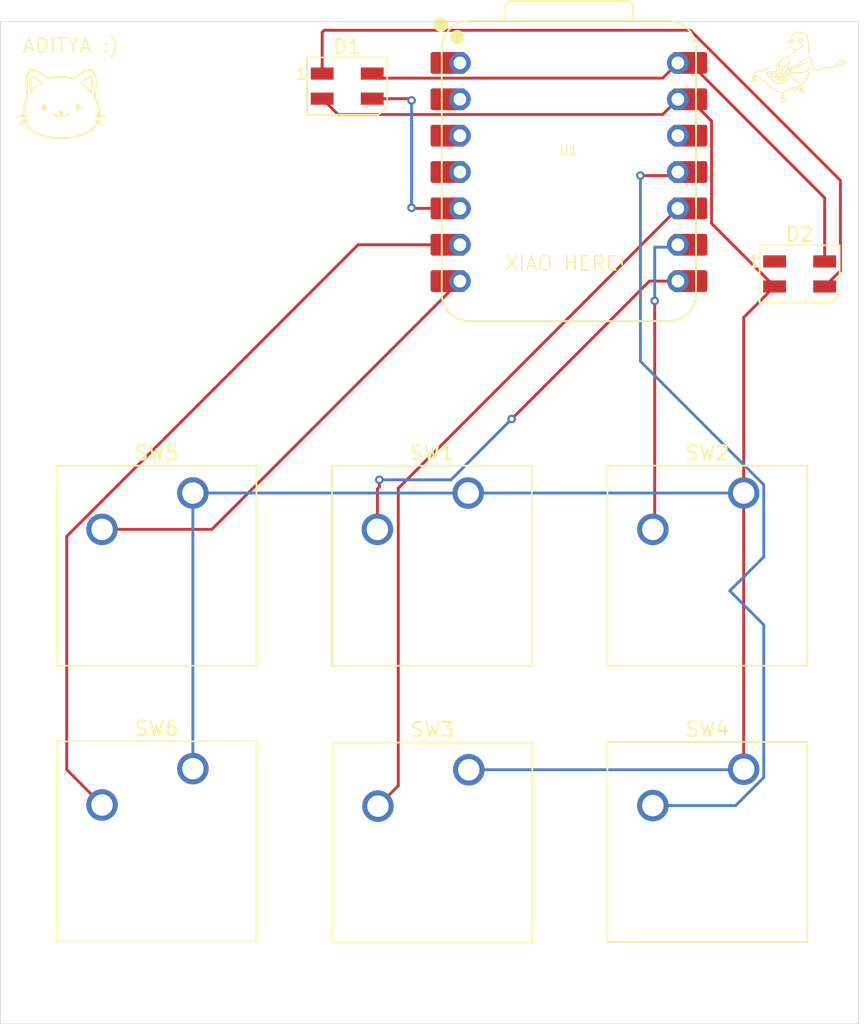
<source format=kicad_pcb>
(kicad_pcb (version 20241229) (generator "pcbnew") (generator_version "9.0")
  (layers (0 "F.Cu" signal) (2 "B.Cu" signal) (13 "F.Paste" user) (15 "B.Paste" user) (5 "F.SilkS" user "F.Silkscreen") (7 "B.SilkS" user "B.Silkscreen") (1 "F.Mask" user) (3 "B.Mask" user) (25 "Edge.Cuts" user))
  (net 0 "")
  (net 1 "Net-(D1-DOUT)")
  (net 2 "Net-(D1-DIN)")
  (net 3 "+5V")
  (net 4 "GND")
  (net 6 "Net-(U1-GPIO1{slash}RX)")
  (net 7 "Net-(U1-GPIO2{slash}SCK)")
  (net 8 "Net-(U1-GPIO4{slash}MISO)")
  (net 9 "Net-(U1-GPIO3{slash}MOSI)")
  (net 13 "Net-(U1-GPIO0{slash}TX)")
  (net 16 "Net-(U1-GPIO7{slash}SCL)")
  (footprint "LOGO" (layer "F.Cu") (at 198.75 69.5)
    (property "Reference" "G***" (hide yes))
    (property "Value" "LOGO" (hide yes))
  )
  (footprint "OPL:XIAO-RP2040-DIP" (layer "F.Cu") (at 182.75 76.75)
    (property "Reference" "U1" (at -0.0244 -1.5 0) (layer "F.SilkS") (effects (font (size 0.635 0.635) (thickness 0.1016))))
    (property "Value" "XIAO-RP2040-DIP")
    (pad "1" smd roundrect (at -8.455 -7.62 180) (size 2.432 1.524) (layers "F.Cu" "F.Mask") (roundrect_rratio 0.1))
    (pad "1" thru_hole circle (at -7.62 -7.62 180) (size 1.524 1.524) (drill 0.889) (layers "*.Cu" "*.Mask"))
    (pad "2" smd roundrect (at -8.455 -5.08 180) (size 2.432 1.524) (layers "F.Cu" "F.Mask") (roundrect_rratio 0.1))
    (pad "2" thru_hole circle (at -7.62 -5.08 180) (size 1.524 1.524) (drill 0.889) (layers "*.Cu" "*.Mask"))
    (pad "3" smd roundrect (at -8.455 -2.54 180) (size 2.432 1.524) (layers "F.Cu" "F.Mask") (roundrect_rratio 0.1))
    (pad "3" thru_hole circle (at -7.62 -2.54 180) (size 1.524 1.524) (drill 0.889) (layers "*.Cu" "*.Mask"))
    (pad "4" smd roundrect (at -8.455 0 180) (size 2.432 1.524) (layers "F.Cu" "F.Mask") (roundrect_rratio 0.1))
    (pad "4" thru_hole circle (at -7.62 0 180) (size 1.524 1.524) (drill 0.889) (layers "*.Cu" "*.Mask"))
    (pad "5" smd roundrect (at -8.455 2.54 180) (size 2.432 1.524) (layers "F.Cu" "F.Mask") (roundrect_rratio 0.1) (net 2 "Net-(D1-DIN)"))
    (pad "5" thru_hole circle (at -7.62 2.54 180) (size 1.524 1.524) (drill 0.889) (layers "*.Cu" "*.Mask") (net 2 "Net-(D1-DIN)"))
    (pad "6" smd roundrect (at -8.455 5.08 180) (size 2.432 1.524) (layers "F.Cu" "F.Mask") (roundrect_rratio 0.1) (net 16 "Net-(U1-GPIO7{slash}SCL)"))
    (pad "6" thru_hole circle (at -7.62 5.08 180) (size 1.524 1.524) (drill 0.889) (layers "*.Cu" "*.Mask") (net 16 "Net-(U1-GPIO7{slash}SCL)"))
    (pad "7" smd roundrect (at -8.455 7.62 180) (size 2.432 1.524) (layers "F.Cu" "F.Mask") (roundrect_rratio 0.1) (net 13 "Net-(U1-GPIO0{slash}TX)"))
    (pad "7" thru_hole circle (at -7.62 7.62 180) (size 1.524 1.524) (drill 0.889) (layers "*.Cu" "*.Mask") (net 13 "Net-(U1-GPIO0{slash}TX)"))
    (pad "8" thru_hole circle (at 7.62 7.62) (size 1.524 1.524) (drill 0.889) (layers "*.Cu" "*.Mask") (net 6 "Net-(U1-GPIO1{slash}RX)"))
    (pad "8" smd roundrect (at 8.455 7.62) (size 2.432 1.524) (layers "F.Cu" "F.Mask") (roundrect_rratio 0.1) (net 6 "Net-(U1-GPIO1{slash}RX)"))
    (pad "9" thru_hole circle (at 7.62 5.08) (size 1.524 1.524) (drill 0.889) (layers "*.Cu" "*.Mask") (net 7 "Net-(U1-GPIO2{slash}SCK)"))
    (pad "9" smd roundrect (at 8.455 5.08) (size 2.432 1.524) (layers "F.Cu" "F.Mask") (roundrect_rratio 0.1) (net 7 "Net-(U1-GPIO2{slash}SCK)"))
    (pad "10" thru_hole circle (at 7.62 2.54) (size 1.524 1.524) (drill 0.889) (layers "*.Cu" "*.Mask") (net 8 "Net-(U1-GPIO4{slash}MISO)"))
    (pad "10" smd roundrect (at 8.455 2.54) (size 2.432 1.524) (layers "F.Cu" "F.Mask") (roundrect_rratio 0.1) (net 8 "Net-(U1-GPIO4{slash}MISO)"))
    (pad "11" thru_hole circle (at 7.62 0) (size 1.524 1.524) (drill 0.889) (layers "*.Cu" "*.Mask") (net 9 "Net-(U1-GPIO3{slash}MOSI)"))
    (pad "11" smd roundrect (at 8.455 0) (size 2.432 1.524) (layers "F.Cu" "F.Mask") (roundrect_rratio 0.1) (net 9 "Net-(U1-GPIO3{slash}MOSI)"))
    (pad "12" thru_hole circle (at 7.62 -2.54) (size 1.524 1.524) (drill 0.889) (layers "*.Cu" "*.Mask"))
    (pad "12" smd roundrect (at 8.455 -2.54) (size 2.432 1.524) (layers "F.Cu" "F.Mask") (roundrect_rratio 0.1))
    (pad "13" thru_hole circle (at 7.62 -5.08) (size 1.524 1.524) (drill 0.889) (layers "*.Cu" "*.Mask") (net 4 "GND"))
    (pad "13" smd roundrect (at 8.455 -5.08) (size 2.432 1.524) (layers "F.Cu" "F.Mask") (roundrect_rratio 0.1) (net 4 "GND"))
    (pad "14" thru_hole circle (at 7.62 -7.62) (size 1.524 1.524) (drill 0.889) (layers "*.Cu" "*.Mask") (net 3 "+5V"))
    (pad "14" smd roundrect (at 8.455 -7.62) (size 2.432 1.524) (layers "F.Cu" "F.Mask") (roundrect_rratio 0.1) (net 3 "+5V"))
  )
  (footprint "Button_Switch_Keyboard:SW_Cherry_MX_1.00u_PCB" (layer "F.Cu") (at 175.71085 99.17)
    (property "Reference" "SW1" (at -2.54 -2.794 0) (layer "F.SilkS"))
    (property "Value" "SW_Push")
    (pad "" np_thru_hole circle (at -7.62 5.08) (size 1.7 1.7) (drill 1.7) (layers "*.Cu" "*.Mask"))
    (pad "" np_thru_hole circle (at -2.54 5.08) (size 4 4) (drill 4) (layers "*.Cu" "*.Mask"))
    (pad "" np_thru_hole circle (at 2.54 5.08) (size 1.7 1.7) (drill 1.7) (layers "*.Cu" "*.Mask"))
    (pad "1" thru_hole circle (at 0 0) (size 2.2 2.2) (drill 1.5) (layers "*.Cu" "*.Mask") (net 4 "GND"))
    (pad "2" thru_hole circle (at -6.35 2.54) (size 2.2 2.2) (drill 1.5) (layers "*.Cu" "*.Mask") (net 6 "Net-(U1-GPIO1{slash}RX)"))
  )
  (footprint "Button_Switch_Keyboard:SW_Cherry_MX_1.00u_PCB" (layer "F.Cu") (at 194.9704 118.46)
    (property "Reference" "SW4" (at -2.54 -2.794 0) (layer "F.SilkS"))
    (property "Value" "SW_Push")
    (pad "" np_thru_hole circle (at -7.62 5.08) (size 1.7 1.7) (drill 1.7) (layers "*.Cu" "*.Mask"))
    (pad "" np_thru_hole circle (at -2.54 5.08) (size 4 4) (drill 4) (layers "*.Cu" "*.Mask"))
    (pad "" np_thru_hole circle (at 2.54 5.08) (size 1.7 1.7) (drill 1.7) (layers "*.Cu" "*.Mask"))
    (pad "1" thru_hole circle (at 0 0) (size 2.2 2.2) (drill 1.5) (layers "*.Cu" "*.Mask") (net 4 "GND"))
    (pad "2" thru_hole circle (at -6.35 2.54) (size 2.2 2.2) (drill 1.5) (layers "*.Cu" "*.Mask") (net 9 "Net-(U1-GPIO3{slash}MOSI)"))
  )
  (footprint "Button_Switch_Keyboard:SW_Cherry_MX_1.00u_PCB" (layer "F.Cu") (at 156.46 99.17)
    (property "Reference" "SW5" (at -2.54 -2.794 0) (layer "F.SilkS"))
    (property "Value" "SW_Push")
    (pad "" np_thru_hole circle (at -7.62 5.08) (size 1.7 1.7) (drill 1.7) (layers "*.Cu" "*.Mask"))
    (pad "" np_thru_hole circle (at -2.54 5.08) (size 4 4) (drill 4) (layers "*.Cu" "*.Mask"))
    (pad "" np_thru_hole circle (at 2.54 5.08) (size 1.7 1.7) (drill 1.7) (layers "*.Cu" "*.Mask"))
    (pad "1" thru_hole circle (at 0 0) (size 2.2 2.2) (drill 1.5) (layers "*.Cu" "*.Mask") (net 4 "GND"))
    (pad "2" thru_hole circle (at -6.35 2.54) (size 2.2 2.2) (drill 1.5) (layers "*.Cu" "*.Mask") (net 13 "Net-(U1-GPIO0{slash}TX)"))
  )
  (footprint "Button_Switch_Keyboard:SW_Cherry_MX_1.00u_PCB" (layer "F.Cu") (at 156.46 118.42)
    (property "Reference" "SW6" (at -2.54 -2.794 0) (layer "F.SilkS"))
    (property "Value" "SW_Push")
    (pad "" np_thru_hole circle (at -7.62 5.08) (size 1.7 1.7) (drill 1.7) (layers "*.Cu" "*.Mask"))
    (pad "" np_thru_hole circle (at -2.54 5.08) (size 4 4) (drill 4) (layers "*.Cu" "*.Mask"))
    (pad "" np_thru_hole circle (at 2.54 5.08) (size 1.7 1.7) (drill 1.7) (layers "*.Cu" "*.Mask"))
    (pad "1" thru_hole circle (at 0 0) (size 2.2 2.2) (drill 1.5) (layers "*.Cu" "*.Mask") (net 4 "GND"))
    (pad "2" thru_hole circle (at -6.35 2.54) (size 2.2 2.2) (drill 1.5) (layers "*.Cu" "*.Mask") (net 16 "Net-(U1-GPIO7{slash}SCL)"))
  )
  (footprint "LED_SMD:LED_SK6812MINI_PLCC4_3.5x3.5mm_P1.75mm" (layer "F.Cu") (at 198.882 83.8708)
    (property "Reference" "D2" (at 0 -2.75 0) (layer "F.SilkS"))
    (property "Value" "SK6812MINI")
    (fp_text user "1" (at -3.2 -0.875 0) (layer "F.SilkS") (effects (font (size 0.8 0.8))))
    (pad "1" smd rect (at -1.75 -0.875) (size 1.6 0.85) (layers "F.Cu" "F.Mask" "F.Paste"))
    (pad "2" smd rect (at -1.75 0.875) (size 1.6 0.85) (layers "F.Cu" "F.Mask" "F.Paste") (net 4 "GND"))
    (pad "3" smd rect (at 1.75 0.875) (size 1.6 0.85) (layers "F.Cu" "F.Mask" "F.Paste") (net 1 "Net-(D1-DOUT)"))
    (pad "4" smd rect (at 1.75 -0.875) (size 1.6 0.85) (layers "F.Cu" "F.Mask" "F.Paste") (net 3 "+5V"))
  )
  (footprint "LED_SMD:LED_SK6812MINI_PLCC4_3.5x3.5mm_P1.75mm" (layer "F.Cu") (at 167.25 70.75)
    (property "Reference" "D1" (at 0 -2.75 0) (layer "F.SilkS"))
    (property "Value" "SK6812MINI")
    (fp_text user "1" (at -3.2 -0.875 0) (layer "F.SilkS") (effects (font (size 0.8 0.8))))
    (pad "1" smd rect (at -1.75 -0.875) (size 1.6 0.85) (layers "F.Cu" "F.Mask" "F.Paste") (net 1 "Net-(D1-DOUT)"))
    (pad "2" smd rect (at -1.75 0.875) (size 1.6 0.85) (layers "F.Cu" "F.Mask" "F.Paste") (net 4 "GND"))
    (pad "3" smd rect (at 1.75 0.875) (size 1.6 0.85) (layers "F.Cu" "F.Mask" "F.Paste") (net 2 "Net-(D1-DIN)"))
    (pad "4" smd rect (at 1.75 -0.875) (size 1.6 0.85) (layers "F.Cu" "F.Mask" "F.Paste") (net 3 "+5V"))
  )
  (footprint "Button_Switch_Keyboard:SW_Cherry_MX_1.00u_PCB" (layer "F.Cu") (at 175.75 118.5)
    (property "Reference" "SW3" (at -2.54 -2.794 0) (layer "F.SilkS"))
    (property "Value" "SW_Push")
    (pad "" np_thru_hole circle (at -7.62 5.08) (size 1.7 1.7) (drill 1.7) (layers "*.Cu" "*.Mask"))
    (pad "" np_thru_hole circle (at -2.54 5.08) (size 4 4) (drill 4) (layers "*.Cu" "*.Mask"))
    (pad "" np_thru_hole circle (at 2.54 5.08) (size 1.7 1.7) (drill 1.7) (layers "*.Cu" "*.Mask"))
    (pad "1" thru_hole circle (at 0 0) (size 2.2 2.2) (drill 1.5) (layers "*.Cu" "*.Mask") (net 4 "GND"))
    (pad "2" thru_hole circle (at -6.35 2.54) (size 2.2 2.2) (drill 1.5) (layers "*.Cu" "*.Mask") (net 8 "Net-(U1-GPIO4{slash}MISO)"))
  )
  (footprint "LOGO" (layer "F.Cu") (at 147.25 72)
    (property "Reference" "G***" (hide yes))
    (property "Value" "LOGO" (hide yes))
  )
  (footprint "Button_Switch_Keyboard:SW_Cherry_MX_1.00u_PCB" (layer "F.Cu") (at 194.9704 99.17)
    (property "Reference" "SW2" (at -2.54 -2.794 0) (layer "F.SilkS"))
    (property "Value" "SW_Push")
    (pad "" np_thru_hole circle (at -7.62 5.08) (size 1.7 1.7) (drill 1.7) (layers "*.Cu" "*.Mask"))
    (pad "" np_thru_hole circle (at -2.54 5.08) (size 4 4) (drill 4) (layers "*.Cu" "*.Mask"))
    (pad "" np_thru_hole circle (at 2.54 5.08) (size 1.7 1.7) (drill 1.7) (layers "*.Cu" "*.Mask"))
    (pad "1" thru_hole circle (at 0 0) (size 2.2 2.2) (drill 1.5) (layers "*.Cu" "*.Mask") (net 4 "GND"))
    (pad "2" thru_hole circle (at -6.35 2.54) (size 2.2 2.2) (drill 1.5) (layers "*.Cu" "*.Mask") (net 7 "Net-(U1-GPIO2{slash}SCK)"))
  )
  (gr_rect (start 143 66.25) (end 203 136.25) (stroke (width 0.05)) (fill no) (layer "Edge.Cuts"))
  (gr_text "ADITYA :)\n" (at 144.5 68.5 -0) (layer "F.SilkS") (effects (font (size 1 1) (thickness 0.1)) (justify left bottom)))
  (gr_text "XIAO HERE!\n" (at 178.2064 83.7184 0) (layer "F.SilkS") (effects (font (size 1 1) (thickness 0.1)) (justify left bottom)))
  (segment (start 201.733 83.6448) (end 201.733 77.339374) (width 0.2) (layer "F.Cu") (net 1))
  (segment (start 191.242626 66.849) (end 165.651 66.849) (width 0.2) (layer "F.Cu") (net 1))
  (segment (start 165.651 66.849) (end 165.5 67) (width 0.2) (layer "F.Cu") (net 1))
  (segment (start 165.5 67) (end 165.5 69.875) (width 0.2) (layer "F.Cu") (net 1))
  (segment (start 201.733 77.339374) (end 191.242626 66.849) (width 0.2) (layer "F.Cu") (net 1))
  (segment (start 200.632 84.7458) (end 201.733 83.6448) (width 0.2) (layer "F.Cu") (net 1))
  (segment (start 169 71.625) (end 171.625 71.625) (width 0.2) (layer "F.Cu") (net 2))
  (segment (start 171.79 79.29) (end 174.295 79.29) (width 0.2) (layer "F.Cu") (net 2))
  (segment (start 171.625 71.625) (end 171.75 71.75) (width 0.2) (layer "F.Cu") (net 2))
  (segment (start 171.75 79.25) (end 171.79 79.29) (width 0.2) (layer "F.Cu") (net 2))
  (via (at 171.75 79.25) (size 0.6) (drill 0.3) (layers "F.Cu" "B.Cu") (net 2))
  (via (at 171.75 71.75) (size 0.6) (drill 0.3) (layers "F.Cu" "B.Cu") (net 2))
  (segment (start 171.75 71.75) (end 171.75 79.25) (width 0.2) (layer "B.Cu") (net 2))
  (segment (start 200.632 82.9958) (end 200.632 78.557) (width 0.2) (layer "F.Cu") (net 3))
  (segment (start 200.632 78.557) (end 191.205 69.13) (width 0.2) (layer "F.Cu") (net 3))
  (segment (start 169 69.875) (end 169.318 70.193) (width 0.2) (layer "F.Cu") (net 3))
  (segment (start 169.318 70.193) (end 189.307 70.193) (width 0.2) (layer "F.Cu") (net 3))
  (segment (start 189.307 70.193) (end 190.37 69.13) (width 0.2) (layer "F.Cu") (net 3))
  (segment (start 192.722 73.187) (end 191.205 71.67) (width 0.2) (layer "F.Cu") (net 4))
  (segment (start 194.9704 99.17) (end 194.9704 86.9074) (width 0.2) (layer "F.Cu") (net 4))
  (segment (start 194.9704 86.9074) (end 197.132 84.7458) (width 0.2) (layer "F.Cu") (net 4))
  (segment (start 166.608 72.733) (end 165.5 71.625) (width 0.2) (layer "F.Cu") (net 4))
  (segment (start 194.9704 118.46) (end 194.9704 99.17) (width 0.2) (layer "F.Cu") (net 4))
  (segment (start 192.722 80.3358) (end 192.722 73.187) (width 0.2) (layer "F.Cu") (net 4))
  (segment (start 191.205 71.67) (end 190.37 71.67) (width 0.2) (layer "F.Cu") (net 4))
  (segment (start 197.132 84.7458) (end 192.722 80.3358) (width 0.2) (layer "F.Cu") (net 4))
  (segment (start 190.37 71.67) (end 189.307 72.733) (width 0.2) (layer "F.Cu") (net 4))
  (segment (start 189.307 72.733) (end 166.608 72.733) (width 0.2) (layer "F.Cu") (net 4))
  (segment (start 175.75 118.5) (end 194.9304 118.5) (width 0.2) (layer "B.Cu") (net 4))
  (segment (start 156.46 99.17) (end 175.71085 99.17) (width 0.2) (layer "B.Cu") (net 4))
  (segment (start 175.71085 99.17) (end 194.9704 99.17) (width 0.2) (layer "B.Cu") (net 4))
  (segment (start 156.46 118.42) (end 156.46 99.17) (width 0.2) (layer "B.Cu") (net 4))
  (segment (start 194.9304 118.5) (end 194.9704 118.46) (width 0.2) (layer "B.Cu") (net 4))
  (segment (start 169.5 98.25) (end 169.5 98.75) (width 0.2) (layer "F.Cu") (net 6))
  (segment (start 188.38 84.37) (end 178.75 94) (width 0.2) (layer "F.Cu") (net 6))
  (segment (start 190.37 84.37) (end 188.38 84.37) (width 0.2) (layer "F.Cu") (net 6))
  (segment (start 169.5 98.75) (end 169.36085 98.88915) (width 0.2) (layer "F.Cu") (net 6))
  (segment (start 169.36085 98.88915) (end 169.36085 101.71) (width 0.2) (layer "F.Cu") (net 6))
  (via (at 178.75 94) (size 0.6) (drill 0.3) (layers "F.Cu" "B.Cu") (net 6))
  (via (at 169.5 98.25) (size 0.6) (drill 0.3) (layers "F.Cu" "B.Cu") (net 6))
  (segment (start 178.75 94) (end 174.5 98.25) (width 0.2) (layer "B.Cu") (net 6))
  (segment (start 174.5 98.25) (end 169.5 98.25) (width 0.2) (layer "B.Cu") (net 6))
  (segment (start 188.75 101.5804) (end 188.75 85.75) (width 0.2) (layer "F.Cu") (net 7))
  (segment (start 188.6204 101.71) (end 188.75 101.5804) (width 0.2) (layer "F.Cu") (net 7))
  (via (at 188.75 85.75) (size 0.6) (drill 0.3) (layers "F.Cu" "B.Cu") (net 7))
  (segment (start 190.2 82) (end 190.37 81.83) (width 0.2) (layer "B.Cu") (net 7))
  (segment (start 188.75 85.75) (end 188.75 82) (width 0.2) (layer "B.Cu") (net 7))
  (segment (start 188.75 82) (end 190.2 82) (width 0.2) (layer "B.Cu") (net 7))
  (segment (start 170.81985 119.62015) (end 169.4 121.04) (width 0.2) (layer "F.Cu") (net 8))
  (segment (start 190.37 79.29) (end 170.81985 98.84015) (width 0.2) (layer "F.Cu") (net 8))
  (segment (start 170.81985 98.84015) (end 170.81985 119.62015) (width 0.2) (layer "F.Cu") (net 8))
  (segment (start 190.12 77) (end 187.75 77) (width 0.2) (layer "F.Cu") (net 9))
  (segment (start 190.37 76.75) (end 190.12 77) (width 0.2) (layer "F.Cu") (net 9))
  (via (at 187.75 77) (size 0.6) (drill 0.3) (layers "F.Cu" "B.Cu") (net 9))
  (segment (start 194 106.005216) (end 196.3714 108.376616) (width 0.2) (layer "B.Cu") (net 9))
  (segment (start 187.75 89.968286) (end 196.3714 98.589686) (width 0.2) (layer "B.Cu") (net 9))
  (segment (start 187.75 77) (end 187.75 89.968286) (width 0.2) (layer "B.Cu") (net 9))
  (segment (start 196.3714 119.040314) (end 194.411714 121) (width 0.2) (layer "B.Cu") (net 9))
  (segment (start 196.3714 98.589686) (end 196.3714 103.633816) (width 0.2) (layer "B.Cu") (net 9))
  (segment (start 194.411714 121) (end 188.6204 121) (width 0.2) (layer "B.Cu") (net 9))
  (segment (start 196.3714 103.633816) (end 194 106.005216) (width 0.2) (layer "B.Cu") (net 9))
  (segment (start 196.3714 108.376616) (end 196.3714 119.040314) (width 0.2) (layer "B.Cu") (net 9))
  (segment (start 150.11 101.71) (end 157.79 101.71) (width 0.2) (layer "F.Cu") (net 13))
  (segment (start 157.79 101.71) (end 175.13 84.37) (width 0.2) (layer "F.Cu") (net 13))
  (segment (start 175.13 81.83) (end 168.008686 81.83) (width 0.2) (layer "F.Cu") (net 16))
  (segment (start 147.639 102.199686) (end 147.639 118.489) (width 0.2) (layer "F.Cu") (net 16))
  (segment (start 168.008686 81.83) (end 147.639 102.199686) (width 0.2) (layer "F.Cu") (net 16))
  (segment (start 147.639 118.489) (end 150.11 120.96) (width 0.2) (layer "F.Cu") (net 16))
)
</source>
